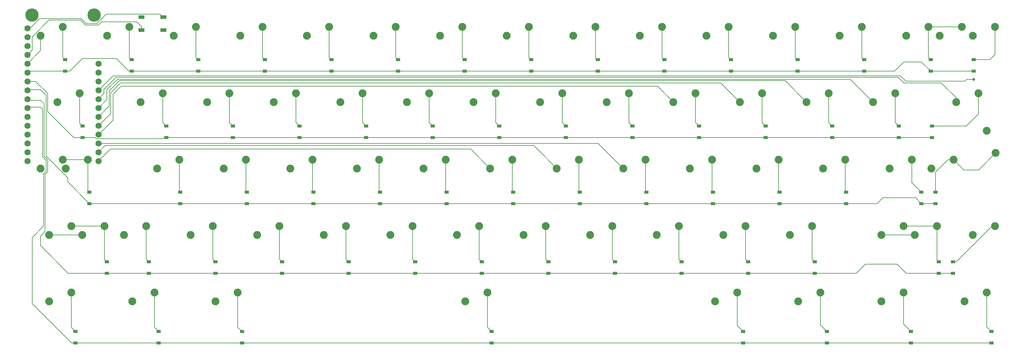
<source format=gbr>
%TF.GenerationSoftware,KiCad,Pcbnew,(5.1.6)-1*%
%TF.CreationDate,2020-11-16T00:09:50-08:00*%
%TF.ProjectId,Wireless-Keyboard,57697265-6c65-4737-932d-4b6579626f61,rev?*%
%TF.SameCoordinates,Original*%
%TF.FileFunction,Copper,L2,Bot*%
%TF.FilePolarity,Positive*%
%FSLAX46Y46*%
G04 Gerber Fmt 4.6, Leading zero omitted, Abs format (unit mm)*
G04 Created by KiCad (PCBNEW (5.1.6)-1) date 2020-11-16 00:09:50*
%MOMM*%
%LPD*%
G01*
G04 APERTURE LIST*
%TA.AperFunction,SMDPad,CuDef*%
%ADD10R,1.800000X1.100000*%
%TD*%
%TA.AperFunction,ComponentPad*%
%ADD11C,3.810000*%
%TD*%
%TA.AperFunction,ComponentPad*%
%ADD12C,1.778000*%
%TD*%
%TA.AperFunction,ComponentPad*%
%ADD13C,2.250000*%
%TD*%
%TA.AperFunction,SMDPad,CuDef*%
%ADD14R,1.200000X0.900000*%
%TD*%
%TA.AperFunction,ViaPad*%
%ADD15C,0.800000*%
%TD*%
%TA.AperFunction,Conductor*%
%ADD16C,0.200000*%
%TD*%
G04 APERTURE END LIST*
D10*
%TO.P,SW1,4*%
%TO.N,N/C*%
X81100000Y-105850000D03*
%TO.P,SW1,3*%
X74900000Y-102150000D03*
%TO.P,SW1,2*%
%TO.N,Net-(MS1-Pad1)*%
X81100000Y-102150000D03*
%TO.P,SW1,1*%
%TO.N,GND*%
X74900000Y-105850000D03*
%TD*%
D11*
%TO.P,MS1,P$2*%
%TO.N,N/C*%
X43540000Y-101540000D03*
%TO.P,MS1,P$1*%
X61320000Y-101540000D03*
D12*
%TO.P,MS1,28*%
%TO.N,Net-(MS1-Pad28)*%
X62590000Y-115510000D03*
%TO.P,MS1,27*%
%TO.N,Net-(MS1-Pad27)*%
X62590000Y-118050000D03*
%TO.P,MS1,26*%
%TO.N,Net-(MS1-Pad26)*%
X62590000Y-120590000D03*
%TO.P,MS1,25*%
%TO.N,COL14*%
X62590000Y-123130000D03*
%TO.P,MS1,24*%
%TO.N,COL13*%
X62590000Y-125670000D03*
%TO.P,MS1,23*%
%TO.N,COL12*%
X62590000Y-128210000D03*
%TO.P,MS1,22*%
%TO.N,COL11*%
X62590000Y-130750000D03*
%TO.P,MS1,21*%
%TO.N,COL10*%
X62590000Y-133290000D03*
%TO.P,MS1,20*%
%TO.N,COL9*%
X62590000Y-135830000D03*
%TO.P,MS1,19*%
%TO.N,COL8*%
X62590000Y-138370000D03*
%TO.P,MS1,18*%
%TO.N,COL7*%
X62590000Y-140910000D03*
%TO.P,MS1,17*%
%TO.N,COL6*%
X62590000Y-143450000D03*
%TO.P,MS1,16*%
%TO.N,Net-(MS1-Pad16)*%
X42270000Y-143450000D03*
%TO.P,MS1,15*%
%TO.N,COL4*%
X42270000Y-140910000D03*
%TO.P,MS1,14*%
%TO.N,COL5*%
X42270000Y-138370000D03*
%TO.P,MS1,13*%
%TO.N,COL3*%
X42270000Y-135830000D03*
%TO.P,MS1,12*%
%TO.N,COL2*%
X42270000Y-133290000D03*
%TO.P,MS1,11*%
%TO.N,COL1*%
X42270000Y-130750000D03*
%TO.P,MS1,10*%
%TO.N,ROW4*%
X42270000Y-128210000D03*
%TO.P,MS1,9*%
%TO.N,ROW3*%
X42270000Y-125670000D03*
%TO.P,MS1,8*%
%TO.N,ROW2*%
X42270000Y-123130000D03*
%TO.P,MS1,7*%
%TO.N,ROW1*%
X42270000Y-120590000D03*
%TO.P,MS1,6*%
%TO.N,ROW0*%
X42270000Y-118050000D03*
%TO.P,MS1,5*%
%TO.N,COL0*%
X42270000Y-115510000D03*
%TO.P,MS1,4*%
%TO.N,GND*%
X42270000Y-112970000D03*
%TO.P,MS1,3*%
%TO.N,Net-(MS1-Pad3)*%
X42270000Y-110430000D03*
%TO.P,MS1,2*%
%TO.N,Net-(MS1-Pad2)*%
X42270000Y-107890000D03*
%TO.P,MS1,1*%
%TO.N,Net-(MS1-Pad1)*%
X42270000Y-105350000D03*
%TD*%
D13*
%TO.P,MX66,2*%
%TO.N,Net-(D61-Pad2)*%
X173840000Y-181120000D03*
%TO.P,MX66,1*%
%TO.N,COL6*%
X167490000Y-183660000D03*
%TD*%
%TO.P,MX69,2*%
%TO.N,Net-(D64-Pad2)*%
X292902500Y-181120000D03*
%TO.P,MX69,1*%
%TO.N,COL11*%
X286552500Y-183660000D03*
%TD*%
%TO.P,MX48,2*%
%TO.N,Net-(D44-Pad2)*%
X64302500Y-162070000D03*
%TO.P,MX48,1*%
%TO.N,COL0*%
X57952500Y-164610000D03*
%TD*%
%TO.P,MX17,2*%
%TO.N,Net-(D16-Pad2)*%
X57158750Y-123970000D03*
%TO.P,MX17,1*%
%TO.N,COL0*%
X50808750Y-126510000D03*
%TD*%
%TO.P,MX31,2*%
%TO.N,Net-(D30-Pad2)*%
X52396250Y-143020000D03*
%TO.P,MX31,1*%
%TO.N,COL0*%
X46046250Y-145560000D03*
%TD*%
%TO.P,MX45,2*%
%TO.N,Net-(D43-Pad2)*%
X307190000Y-143020000D03*
%TO.P,MX45,1*%
%TO.N,COL13*%
X300840000Y-145560000D03*
%TD*%
%TO.P,MX44,2*%
%TO.N,Net-(D42-Pad2)*%
X295283750Y-143020000D03*
%TO.P,MX44,1*%
%TO.N,COL12*%
X288933750Y-145560000D03*
%TD*%
%TO.P,MX70,2*%
%TO.N,Net-(D65-Pad2)*%
X316715000Y-181120000D03*
%TO.P,MX70,1*%
%TO.N,COL12*%
X310365000Y-183660000D03*
%TD*%
%TO.P,MX68,2*%
%TO.N,Net-(D63-Pad2)*%
X269090000Y-181120000D03*
%TO.P,MX68,1*%
%TO.N,COL10*%
X262740000Y-183660000D03*
%TD*%
%TO.P,MX67,2*%
%TO.N,Net-(D62-Pad2)*%
X245277500Y-181120000D03*
%TO.P,MX67,1*%
%TO.N,COL9*%
X238927500Y-183660000D03*
%TD*%
%TO.P,MX65,2*%
%TO.N,Net-(D60-Pad2)*%
X102402500Y-181120000D03*
%TO.P,MX65,1*%
%TO.N,COL2*%
X96052500Y-183660000D03*
%TD*%
%TO.P,MX64,2*%
%TO.N,Net-(D59-Pad2)*%
X78590000Y-181120000D03*
%TO.P,MX64,1*%
%TO.N,COL1*%
X72240000Y-183660000D03*
%TD*%
%TO.P,MX63,2*%
%TO.N,Net-(D58-Pad2)*%
X54777500Y-181120000D03*
%TO.P,MX63,1*%
%TO.N,COL0*%
X48427500Y-183660000D03*
%TD*%
%TO.P,MX62,2*%
%TO.N,Net-(D57-Pad2)*%
X319096250Y-162070000D03*
%TO.P,MX62,1*%
%TO.N,COL13*%
X312746250Y-164610000D03*
%TD*%
%TO.P,MX61,2*%
%TO.N,Net-(D56-Pad2)*%
X292902500Y-162070000D03*
%TO.P,MX61,1*%
%TO.N,COL12*%
X286552500Y-164610000D03*
%TD*%
%TO.P,MX60,2*%
%TO.N,Net-(D56-Pad2)*%
X302427500Y-162070000D03*
%TO.P,MX60,1*%
%TO.N,COL12*%
X296077500Y-164610000D03*
%TD*%
%TO.P,MX59,2*%
%TO.N,Net-(D55-Pad2)*%
X266708750Y-162070000D03*
%TO.P,MX59,1*%
%TO.N,COL11*%
X260358750Y-164610000D03*
%TD*%
%TO.P,MX58,2*%
%TO.N,Net-(D54-Pad2)*%
X247658750Y-162070000D03*
%TO.P,MX58,1*%
%TO.N,COL10*%
X241308750Y-164610000D03*
%TD*%
%TO.P,MX57,2*%
%TO.N,Net-(D53-Pad2)*%
X228608750Y-162070000D03*
%TO.P,MX57,1*%
%TO.N,COL9*%
X222258750Y-164610000D03*
%TD*%
%TO.P,MX56,2*%
%TO.N,Net-(D52-Pad2)*%
X209558750Y-162070000D03*
%TO.P,MX56,1*%
%TO.N,COL8*%
X203208750Y-164610000D03*
%TD*%
%TO.P,MX55,2*%
%TO.N,Net-(D51-Pad2)*%
X190508750Y-162070000D03*
%TO.P,MX55,1*%
%TO.N,COL7*%
X184158750Y-164610000D03*
%TD*%
%TO.P,MX54,2*%
%TO.N,Net-(D50-Pad2)*%
X171458750Y-162070000D03*
%TO.P,MX54,1*%
%TO.N,COL6*%
X165108750Y-164610000D03*
%TD*%
%TO.P,MX53,2*%
%TO.N,Net-(D49-Pad2)*%
X152408750Y-162070000D03*
%TO.P,MX53,1*%
%TO.N,COL5*%
X146058750Y-164610000D03*
%TD*%
%TO.P,MX52,2*%
%TO.N,Net-(D48-Pad2)*%
X133358750Y-162070000D03*
%TO.P,MX52,1*%
%TO.N,COL4*%
X127008750Y-164610000D03*
%TD*%
%TO.P,MX51,2*%
%TO.N,Net-(D47-Pad2)*%
X114308750Y-162070000D03*
%TO.P,MX51,1*%
%TO.N,COL3*%
X107958750Y-164610000D03*
%TD*%
%TO.P,MX50,2*%
%TO.N,Net-(D46-Pad2)*%
X95258750Y-162070000D03*
%TO.P,MX50,1*%
%TO.N,COL2*%
X88908750Y-164610000D03*
%TD*%
%TO.P,MX49,2*%
%TO.N,Net-(D45-Pad2)*%
X76208750Y-162070000D03*
%TO.P,MX49,1*%
%TO.N,COL1*%
X69858750Y-164610000D03*
%TD*%
%TO.P,MX47,2*%
%TO.N,Net-(D44-Pad2)*%
X54777500Y-162070000D03*
%TO.P,MX47,1*%
%TO.N,COL0*%
X48427500Y-164610000D03*
%TD*%
%TO.P,MX46,1*%
%TO.N,COL13*%
X316715000Y-134765000D03*
%TO.P,MX46,2*%
%TO.N,Net-(D43-Pad2)*%
X319255000Y-141115000D03*
%TD*%
%TO.P,MX43,2*%
%TO.N,Net-(D41-Pad2)*%
X276233750Y-143020000D03*
%TO.P,MX43,1*%
%TO.N,COL11*%
X269883750Y-145560000D03*
%TD*%
%TO.P,MX42,2*%
%TO.N,Net-(D40-Pad2)*%
X257183750Y-143020000D03*
%TO.P,MX42,1*%
%TO.N,COL10*%
X250833750Y-145560000D03*
%TD*%
%TO.P,MX41,2*%
%TO.N,Net-(D39-Pad2)*%
X238133750Y-143020000D03*
%TO.P,MX41,1*%
%TO.N,COL9*%
X231783750Y-145560000D03*
%TD*%
%TO.P,MX40,2*%
%TO.N,Net-(D38-Pad2)*%
X219083750Y-143020000D03*
%TO.P,MX40,1*%
%TO.N,COL8*%
X212733750Y-145560000D03*
%TD*%
%TO.P,MX39,2*%
%TO.N,Net-(D37-Pad2)*%
X200033750Y-143020000D03*
%TO.P,MX39,1*%
%TO.N,COL7*%
X193683750Y-145560000D03*
%TD*%
%TO.P,MX38,2*%
%TO.N,Net-(D36-Pad2)*%
X180983750Y-143020000D03*
%TO.P,MX38,1*%
%TO.N,COL6*%
X174633750Y-145560000D03*
%TD*%
%TO.P,MX37,2*%
%TO.N,Net-(D35-Pad2)*%
X161933750Y-143020000D03*
%TO.P,MX37,1*%
%TO.N,COL5*%
X155583750Y-145560000D03*
%TD*%
%TO.P,MX36,2*%
%TO.N,Net-(D34-Pad2)*%
X142883750Y-143020000D03*
%TO.P,MX36,1*%
%TO.N,COL4*%
X136533750Y-145560000D03*
%TD*%
%TO.P,MX35,2*%
%TO.N,Net-(D33-Pad2)*%
X123833750Y-143020000D03*
%TO.P,MX35,1*%
%TO.N,COL3*%
X117483750Y-145560000D03*
%TD*%
%TO.P,MX34,2*%
%TO.N,Net-(D32-Pad2)*%
X104783750Y-143020000D03*
%TO.P,MX34,1*%
%TO.N,COL2*%
X98433750Y-145560000D03*
%TD*%
%TO.P,MX33,2*%
%TO.N,Net-(D31-Pad2)*%
X85733750Y-143020000D03*
%TO.P,MX33,1*%
%TO.N,COL1*%
X79383750Y-145560000D03*
%TD*%
%TO.P,MX32,2*%
%TO.N,Net-(D30-Pad2)*%
X59540000Y-143020000D03*
%TO.P,MX32,1*%
%TO.N,COL0*%
X53190000Y-145560000D03*
%TD*%
%TO.P,MX30,2*%
%TO.N,Net-(D29-Pad2)*%
X314333750Y-123970000D03*
%TO.P,MX30,1*%
%TO.N,COL13*%
X307983750Y-126510000D03*
%TD*%
%TO.P,MX29,2*%
%TO.N,Net-(D28-Pad2)*%
X290521250Y-123970000D03*
%TO.P,MX29,1*%
%TO.N,COL12*%
X284171250Y-126510000D03*
%TD*%
%TO.P,MX28,2*%
%TO.N,Net-(D27-Pad2)*%
X271471250Y-123970000D03*
%TO.P,MX28,1*%
%TO.N,COL11*%
X265121250Y-126510000D03*
%TD*%
%TO.P,MX27,2*%
%TO.N,Net-(D26-Pad2)*%
X252421250Y-123970000D03*
%TO.P,MX27,1*%
%TO.N,COL10*%
X246071250Y-126510000D03*
%TD*%
%TO.P,MX26,2*%
%TO.N,Net-(D25-Pad2)*%
X233371250Y-123970000D03*
%TO.P,MX26,1*%
%TO.N,COL9*%
X227021250Y-126510000D03*
%TD*%
%TO.P,MX25,2*%
%TO.N,Net-(D24-Pad2)*%
X214321250Y-123970000D03*
%TO.P,MX25,1*%
%TO.N,COL8*%
X207971250Y-126510000D03*
%TD*%
%TO.P,MX24,2*%
%TO.N,Net-(D23-Pad2)*%
X195271250Y-123970000D03*
%TO.P,MX24,1*%
%TO.N,COL7*%
X188921250Y-126510000D03*
%TD*%
%TO.P,MX23,2*%
%TO.N,Net-(D22-Pad2)*%
X176221250Y-123970000D03*
%TO.P,MX23,1*%
%TO.N,COL6*%
X169871250Y-126510000D03*
%TD*%
%TO.P,MX22,2*%
%TO.N,Net-(D21-Pad2)*%
X157171250Y-123970000D03*
%TO.P,MX22,1*%
%TO.N,COL5*%
X150821250Y-126510000D03*
%TD*%
%TO.P,MX21,2*%
%TO.N,Net-(D20-Pad2)*%
X138121250Y-123970000D03*
%TO.P,MX21,1*%
%TO.N,COL4*%
X131771250Y-126510000D03*
%TD*%
%TO.P,MX20,2*%
%TO.N,Net-(D19-Pad2)*%
X119071250Y-123970000D03*
%TO.P,MX20,1*%
%TO.N,COL3*%
X112721250Y-126510000D03*
%TD*%
%TO.P,MX19,2*%
%TO.N,Net-(D18-Pad2)*%
X100021250Y-123970000D03*
%TO.P,MX19,1*%
%TO.N,COL2*%
X93671250Y-126510000D03*
%TD*%
%TO.P,MX18,2*%
%TO.N,Net-(D17-Pad2)*%
X80971250Y-123970000D03*
%TO.P,MX18,1*%
%TO.N,COL1*%
X74621250Y-126510000D03*
%TD*%
%TO.P,MX16,2*%
%TO.N,Net-(D15-Pad2)*%
X319096250Y-104920000D03*
%TO.P,MX16,1*%
%TO.N,COL14*%
X312746250Y-107460000D03*
%TD*%
%TO.P,MX15,2*%
%TO.N,Net-(D14-Pad2)*%
X300046250Y-104920000D03*
%TO.P,MX15,1*%
%TO.N,COL13*%
X293696250Y-107460000D03*
%TD*%
%TO.P,MX14,2*%
%TO.N,Net-(D14-Pad2)*%
X309571250Y-104920000D03*
%TO.P,MX14,1*%
%TO.N,COL13*%
X303221250Y-107460000D03*
%TD*%
%TO.P,MX13,2*%
%TO.N,Net-(D13-Pad2)*%
X280996250Y-104920000D03*
%TO.P,MX13,1*%
%TO.N,COL12*%
X274646250Y-107460000D03*
%TD*%
%TO.P,MX12,2*%
%TO.N,Net-(D12-Pad2)*%
X261946250Y-104920000D03*
%TO.P,MX12,1*%
%TO.N,COL11*%
X255596250Y-107460000D03*
%TD*%
%TO.P,MX11,2*%
%TO.N,Net-(D11-Pad2)*%
X242896250Y-104920000D03*
%TO.P,MX11,1*%
%TO.N,COL10*%
X236546250Y-107460000D03*
%TD*%
%TO.P,MX10,2*%
%TO.N,Net-(D10-Pad2)*%
X223846250Y-104920000D03*
%TO.P,MX10,1*%
%TO.N,COL9*%
X217496250Y-107460000D03*
%TD*%
%TO.P,MX9,2*%
%TO.N,Net-(D9-Pad2)*%
X204796250Y-104920000D03*
%TO.P,MX9,1*%
%TO.N,COL8*%
X198446250Y-107460000D03*
%TD*%
%TO.P,MX8,2*%
%TO.N,Net-(D8-Pad2)*%
X185746250Y-104920000D03*
%TO.P,MX8,1*%
%TO.N,COL7*%
X179396250Y-107460000D03*
%TD*%
%TO.P,MX7,2*%
%TO.N,Net-(D7-Pad2)*%
X166696250Y-104920000D03*
%TO.P,MX7,1*%
%TO.N,COL6*%
X160346250Y-107460000D03*
%TD*%
%TO.P,MX6,2*%
%TO.N,Net-(D6-Pad2)*%
X147646250Y-104920000D03*
%TO.P,MX6,1*%
%TO.N,COL5*%
X141296250Y-107460000D03*
%TD*%
%TO.P,MX5,2*%
%TO.N,Net-(D5-Pad2)*%
X128596250Y-104920000D03*
%TO.P,MX5,1*%
%TO.N,COL4*%
X122246250Y-107460000D03*
%TD*%
%TO.P,MX4,2*%
%TO.N,Net-(D4-Pad2)*%
X109546250Y-104920000D03*
%TO.P,MX4,1*%
%TO.N,COL3*%
X103196250Y-107460000D03*
%TD*%
%TO.P,MX3,2*%
%TO.N,Net-(D3-Pad2)*%
X90496250Y-104920000D03*
%TO.P,MX3,1*%
%TO.N,COL2*%
X84146250Y-107460000D03*
%TD*%
%TO.P,MX2,2*%
%TO.N,Net-(D2-Pad2)*%
X71446250Y-104920000D03*
%TO.P,MX2,1*%
%TO.N,COL1*%
X65096250Y-107460000D03*
%TD*%
%TO.P,MX1,2*%
%TO.N,Net-(D1-Pad2)*%
X52396250Y-104920000D03*
%TO.P,MX1,1*%
%TO.N,COL0*%
X46046250Y-107460000D03*
%TD*%
D14*
%TO.P,D65,2*%
%TO.N,Net-(D65-Pad2)*%
X318000000Y-192350000D03*
%TO.P,D65,1*%
%TO.N,ROW4*%
X318000000Y-195650000D03*
%TD*%
%TO.P,D64,2*%
%TO.N,Net-(D64-Pad2)*%
X295000000Y-192350000D03*
%TO.P,D64,1*%
%TO.N,ROW4*%
X295000000Y-195650000D03*
%TD*%
%TO.P,D63,2*%
%TO.N,Net-(D63-Pad2)*%
X271000000Y-192350000D03*
%TO.P,D63,1*%
%TO.N,ROW4*%
X271000000Y-195650000D03*
%TD*%
%TO.P,D62,2*%
%TO.N,Net-(D62-Pad2)*%
X247000000Y-192350000D03*
%TO.P,D62,1*%
%TO.N,ROW4*%
X247000000Y-195650000D03*
%TD*%
%TO.P,D61,2*%
%TO.N,Net-(D61-Pad2)*%
X175062500Y-192350000D03*
%TO.P,D61,1*%
%TO.N,ROW4*%
X175062500Y-195650000D03*
%TD*%
%TO.P,D60,2*%
%TO.N,Net-(D60-Pad2)*%
X103625000Y-192350000D03*
%TO.P,D60,1*%
%TO.N,ROW4*%
X103625000Y-195650000D03*
%TD*%
%TO.P,D59,2*%
%TO.N,Net-(D59-Pad2)*%
X79812500Y-192350000D03*
%TO.P,D59,1*%
%TO.N,ROW4*%
X79812500Y-195650000D03*
%TD*%
%TO.P,D58,2*%
%TO.N,Net-(D58-Pad2)*%
X56000000Y-192350000D03*
%TO.P,D58,1*%
%TO.N,ROW4*%
X56000000Y-195650000D03*
%TD*%
%TO.P,D57,2*%
%TO.N,Net-(D57-Pad2)*%
X307000000Y-172350000D03*
%TO.P,D57,1*%
%TO.N,ROW3*%
X307000000Y-175650000D03*
%TD*%
%TO.P,D56,2*%
%TO.N,Net-(D56-Pad2)*%
X303000000Y-172350000D03*
%TO.P,D56,1*%
%TO.N,ROW3*%
X303000000Y-175650000D03*
%TD*%
%TO.P,D55,2*%
%TO.N,Net-(D55-Pad2)*%
X267500000Y-172350000D03*
%TO.P,D55,1*%
%TO.N,ROW3*%
X267500000Y-175650000D03*
%TD*%
%TO.P,D54,2*%
%TO.N,Net-(D54-Pad2)*%
X248450000Y-172350000D03*
%TO.P,D54,1*%
%TO.N,ROW3*%
X248450000Y-175650000D03*
%TD*%
%TO.P,D53,2*%
%TO.N,Net-(D53-Pad2)*%
X229400000Y-172350000D03*
%TO.P,D53,1*%
%TO.N,ROW3*%
X229400000Y-175650000D03*
%TD*%
%TO.P,D52,2*%
%TO.N,Net-(D52-Pad2)*%
X210350000Y-172350000D03*
%TO.P,D52,1*%
%TO.N,ROW3*%
X210350000Y-175650000D03*
%TD*%
%TO.P,D51,2*%
%TO.N,Net-(D51-Pad2)*%
X191300000Y-172350000D03*
%TO.P,D51,1*%
%TO.N,ROW3*%
X191300000Y-175650000D03*
%TD*%
%TO.P,D50,2*%
%TO.N,Net-(D50-Pad2)*%
X172250000Y-172350000D03*
%TO.P,D50,1*%
%TO.N,ROW3*%
X172250000Y-175650000D03*
%TD*%
%TO.P,D49,2*%
%TO.N,Net-(D49-Pad2)*%
X153200000Y-172350000D03*
%TO.P,D49,1*%
%TO.N,ROW3*%
X153200000Y-175650000D03*
%TD*%
%TO.P,D48,2*%
%TO.N,Net-(D48-Pad2)*%
X134150000Y-172350000D03*
%TO.P,D48,1*%
%TO.N,ROW3*%
X134150000Y-175650000D03*
%TD*%
%TO.P,D47,2*%
%TO.N,Net-(D47-Pad2)*%
X115100000Y-172350000D03*
%TO.P,D47,1*%
%TO.N,ROW3*%
X115100000Y-175650000D03*
%TD*%
%TO.P,D46,2*%
%TO.N,Net-(D46-Pad2)*%
X96050000Y-172350000D03*
%TO.P,D46,1*%
%TO.N,ROW3*%
X96050000Y-175650000D03*
%TD*%
%TO.P,D45,2*%
%TO.N,Net-(D45-Pad2)*%
X77000000Y-172350000D03*
%TO.P,D45,1*%
%TO.N,ROW3*%
X77000000Y-175650000D03*
%TD*%
%TO.P,D44,2*%
%TO.N,Net-(D44-Pad2)*%
X65000000Y-172350000D03*
%TO.P,D44,1*%
%TO.N,ROW3*%
X65000000Y-175650000D03*
%TD*%
%TO.P,D43,2*%
%TO.N,Net-(D43-Pad2)*%
X302000000Y-152350000D03*
%TO.P,D43,1*%
%TO.N,ROW2*%
X302000000Y-155650000D03*
%TD*%
%TO.P,D42,2*%
%TO.N,Net-(D42-Pad2)*%
X298000000Y-152350000D03*
%TO.P,D42,1*%
%TO.N,ROW2*%
X298000000Y-155650000D03*
%TD*%
%TO.P,D41,2*%
%TO.N,Net-(D41-Pad2)*%
X276500000Y-152350000D03*
%TO.P,D41,1*%
%TO.N,ROW2*%
X276500000Y-155650000D03*
%TD*%
%TO.P,D40,2*%
%TO.N,Net-(D40-Pad2)*%
X257450000Y-152350000D03*
%TO.P,D40,1*%
%TO.N,ROW2*%
X257450000Y-155650000D03*
%TD*%
%TO.P,D39,2*%
%TO.N,Net-(D39-Pad2)*%
X238400000Y-152350000D03*
%TO.P,D39,1*%
%TO.N,ROW2*%
X238400000Y-155650000D03*
%TD*%
%TO.P,D38,2*%
%TO.N,Net-(D38-Pad2)*%
X219350000Y-152350000D03*
%TO.P,D38,1*%
%TO.N,ROW2*%
X219350000Y-155650000D03*
%TD*%
%TO.P,D37,2*%
%TO.N,Net-(D37-Pad2)*%
X200300000Y-152350000D03*
%TO.P,D37,1*%
%TO.N,ROW2*%
X200300000Y-155650000D03*
%TD*%
%TO.P,D36,2*%
%TO.N,Net-(D36-Pad2)*%
X181250000Y-152350000D03*
%TO.P,D36,1*%
%TO.N,ROW2*%
X181250000Y-155650000D03*
%TD*%
%TO.P,D35,2*%
%TO.N,Net-(D35-Pad2)*%
X162200000Y-152350000D03*
%TO.P,D35,1*%
%TO.N,ROW2*%
X162200000Y-155650000D03*
%TD*%
%TO.P,D34,2*%
%TO.N,Net-(D34-Pad2)*%
X143150000Y-152350000D03*
%TO.P,D34,1*%
%TO.N,ROW2*%
X143150000Y-155650000D03*
%TD*%
%TO.P,D33,2*%
%TO.N,Net-(D33-Pad2)*%
X124100000Y-152350000D03*
%TO.P,D33,1*%
%TO.N,ROW2*%
X124100000Y-155650000D03*
%TD*%
%TO.P,D32,2*%
%TO.N,Net-(D32-Pad2)*%
X105050000Y-152350000D03*
%TO.P,D32,1*%
%TO.N,ROW2*%
X105050000Y-155650000D03*
%TD*%
%TO.P,D31,2*%
%TO.N,Net-(D31-Pad2)*%
X86000000Y-152350000D03*
%TO.P,D31,1*%
%TO.N,ROW2*%
X86000000Y-155650000D03*
%TD*%
%TO.P,D30,2*%
%TO.N,Net-(D30-Pad2)*%
X60000000Y-152350000D03*
%TO.P,D30,1*%
%TO.N,ROW2*%
X60000000Y-155650000D03*
%TD*%
%TO.P,D29,2*%
%TO.N,Net-(D29-Pad2)*%
X301000000Y-133400000D03*
%TO.P,D29,1*%
%TO.N,ROW1*%
X301000000Y-136700000D03*
%TD*%
%TO.P,D28,2*%
%TO.N,Net-(D28-Pad2)*%
X291550000Y-133400000D03*
%TO.P,D28,1*%
%TO.N,ROW1*%
X291550000Y-136700000D03*
%TD*%
%TO.P,D27,2*%
%TO.N,Net-(D27-Pad2)*%
X272500000Y-133400000D03*
%TO.P,D27,1*%
%TO.N,ROW1*%
X272500000Y-136700000D03*
%TD*%
%TO.P,D26,2*%
%TO.N,Net-(D26-Pad2)*%
X253450000Y-133400000D03*
%TO.P,D26,1*%
%TO.N,ROW1*%
X253450000Y-136700000D03*
%TD*%
%TO.P,D25,2*%
%TO.N,Net-(D25-Pad2)*%
X234400000Y-133400000D03*
%TO.P,D25,1*%
%TO.N,ROW1*%
X234400000Y-136700000D03*
%TD*%
%TO.P,D24,2*%
%TO.N,Net-(D24-Pad2)*%
X215350000Y-133400000D03*
%TO.P,D24,1*%
%TO.N,ROW1*%
X215350000Y-136700000D03*
%TD*%
%TO.P,D23,2*%
%TO.N,Net-(D23-Pad2)*%
X196300000Y-133400000D03*
%TO.P,D23,1*%
%TO.N,ROW1*%
X196300000Y-136700000D03*
%TD*%
%TO.P,D22,2*%
%TO.N,Net-(D22-Pad2)*%
X177250000Y-133400000D03*
%TO.P,D22,1*%
%TO.N,ROW1*%
X177250000Y-136700000D03*
%TD*%
%TO.P,D21,2*%
%TO.N,Net-(D21-Pad2)*%
X158200000Y-133400000D03*
%TO.P,D21,1*%
%TO.N,ROW1*%
X158200000Y-136700000D03*
%TD*%
%TO.P,D20,2*%
%TO.N,Net-(D20-Pad2)*%
X139150000Y-133400000D03*
%TO.P,D20,1*%
%TO.N,ROW1*%
X139150000Y-136700000D03*
%TD*%
%TO.P,D19,2*%
%TO.N,Net-(D19-Pad2)*%
X120100000Y-133400000D03*
%TO.P,D19,1*%
%TO.N,ROW1*%
X120100000Y-136700000D03*
%TD*%
%TO.P,D18,2*%
%TO.N,Net-(D18-Pad2)*%
X101050000Y-133400000D03*
%TO.P,D18,1*%
%TO.N,ROW1*%
X101050000Y-136700000D03*
%TD*%
%TO.P,D17,2*%
%TO.N,Net-(D17-Pad2)*%
X82000000Y-133400000D03*
%TO.P,D17,1*%
%TO.N,ROW1*%
X82000000Y-136700000D03*
%TD*%
%TO.P,D16,2*%
%TO.N,Net-(D16-Pad2)*%
X58000000Y-133400000D03*
%TO.P,D16,1*%
%TO.N,ROW1*%
X58000000Y-136700000D03*
%TD*%
%TO.P,D15,2*%
%TO.N,Net-(D15-Pad2)*%
X313000000Y-114350000D03*
%TO.P,D15,1*%
%TO.N,ROW0*%
X313000000Y-117650000D03*
%TD*%
%TO.P,D14,2*%
%TO.N,Net-(D14-Pad2)*%
X300650000Y-114350000D03*
%TO.P,D14,1*%
%TO.N,ROW0*%
X300650000Y-117650000D03*
%TD*%
%TO.P,D13,2*%
%TO.N,Net-(D13-Pad2)*%
X281600000Y-114350000D03*
%TO.P,D13,1*%
%TO.N,ROW0*%
X281600000Y-117650000D03*
%TD*%
%TO.P,D12,2*%
%TO.N,Net-(D12-Pad2)*%
X262550000Y-114350000D03*
%TO.P,D12,1*%
%TO.N,ROW0*%
X262550000Y-117650000D03*
%TD*%
%TO.P,D11,2*%
%TO.N,Net-(D11-Pad2)*%
X243500000Y-114350000D03*
%TO.P,D11,1*%
%TO.N,ROW0*%
X243500000Y-117650000D03*
%TD*%
%TO.P,D10,2*%
%TO.N,Net-(D10-Pad2)*%
X224450000Y-114350000D03*
%TO.P,D10,1*%
%TO.N,ROW0*%
X224450000Y-117650000D03*
%TD*%
%TO.P,D9,2*%
%TO.N,Net-(D9-Pad2)*%
X205400000Y-114350000D03*
%TO.P,D9,1*%
%TO.N,ROW0*%
X205400000Y-117650000D03*
%TD*%
%TO.P,D8,2*%
%TO.N,Net-(D8-Pad2)*%
X186350000Y-114350000D03*
%TO.P,D8,1*%
%TO.N,ROW0*%
X186350000Y-117650000D03*
%TD*%
%TO.P,D7,2*%
%TO.N,Net-(D7-Pad2)*%
X167300000Y-114350000D03*
%TO.P,D7,1*%
%TO.N,ROW0*%
X167300000Y-117650000D03*
%TD*%
%TO.P,D6,2*%
%TO.N,Net-(D6-Pad2)*%
X148250000Y-114350000D03*
%TO.P,D6,1*%
%TO.N,ROW0*%
X148250000Y-117650000D03*
%TD*%
%TO.P,D5,2*%
%TO.N,Net-(D5-Pad2)*%
X129200000Y-114350000D03*
%TO.P,D5,1*%
%TO.N,ROW0*%
X129200000Y-117650000D03*
%TD*%
%TO.P,D4,2*%
%TO.N,Net-(D4-Pad2)*%
X110150000Y-114350000D03*
%TO.P,D4,1*%
%TO.N,ROW0*%
X110150000Y-117650000D03*
%TD*%
%TO.P,D3,2*%
%TO.N,Net-(D3-Pad2)*%
X91100000Y-114350000D03*
%TO.P,D3,1*%
%TO.N,ROW0*%
X91100000Y-117650000D03*
%TD*%
%TO.P,D2,2*%
%TO.N,Net-(D2-Pad2)*%
X72050000Y-114350000D03*
%TO.P,D2,1*%
%TO.N,ROW0*%
X72050000Y-117650000D03*
%TD*%
%TO.P,D1,2*%
%TO.N,Net-(D1-Pad2)*%
X53000000Y-114350000D03*
%TO.P,D1,1*%
%TO.N,ROW0*%
X53000000Y-117650000D03*
%TD*%
D15*
%TO.N,COL14*%
X313000000Y-120000000D03*
%TD*%
D16*
%TO.N,Net-(D1-Pad2)*%
X52396250Y-113746250D02*
X53000000Y-114350000D01*
X52396250Y-104920000D02*
X52396250Y-113746250D01*
%TO.N,ROW0*%
X300650000Y-117650000D02*
X313000000Y-117650000D01*
X71350000Y-117650000D02*
X290350000Y-117650000D01*
X53000000Y-117650000D02*
X54350000Y-117650000D01*
X298000000Y-115000000D02*
X300650000Y-117650000D01*
X293000000Y-115000000D02*
X298000000Y-115000000D01*
X290350000Y-117650000D02*
X293000000Y-115000000D01*
X54350000Y-117650000D02*
X58000000Y-114000000D01*
X67700000Y-114000000D02*
X71350000Y-117650000D01*
X58000000Y-114000000D02*
X67700000Y-114000000D01*
X53000000Y-117650000D02*
X42670000Y-117650000D01*
X42670000Y-117650000D02*
X42270000Y-118050000D01*
%TO.N,Net-(D2-Pad2)*%
X71446250Y-113746250D02*
X72050000Y-114350000D01*
X71446250Y-104920000D02*
X71446250Y-113746250D01*
%TO.N,Net-(D3-Pad2)*%
X90496250Y-113746250D02*
X91100000Y-114350000D01*
X90496250Y-104920000D02*
X90496250Y-113746250D01*
%TO.N,Net-(D4-Pad2)*%
X109546250Y-113746250D02*
X110150000Y-114350000D01*
X109546250Y-104920000D02*
X109546250Y-113746250D01*
%TO.N,Net-(D5-Pad2)*%
X128596250Y-113746250D02*
X129200000Y-114350000D01*
X128596250Y-104920000D02*
X128596250Y-113746250D01*
%TO.N,Net-(D6-Pad2)*%
X147646250Y-113746250D02*
X148250000Y-114350000D01*
X147646250Y-104920000D02*
X147646250Y-113746250D01*
%TO.N,Net-(D7-Pad2)*%
X166696250Y-113746250D02*
X167300000Y-114350000D01*
X166696250Y-104920000D02*
X166696250Y-113746250D01*
%TO.N,Net-(D8-Pad2)*%
X185746250Y-113746250D02*
X186350000Y-114350000D01*
X185746250Y-104920000D02*
X185746250Y-113746250D01*
%TO.N,Net-(D9-Pad2)*%
X204796250Y-113746250D02*
X205400000Y-114350000D01*
X204796250Y-104920000D02*
X204796250Y-113746250D01*
%TO.N,Net-(D10-Pad2)*%
X223846250Y-113746250D02*
X224450000Y-114350000D01*
X223846250Y-104920000D02*
X223846250Y-113746250D01*
%TO.N,Net-(D11-Pad2)*%
X242896250Y-113746250D02*
X243500000Y-114350000D01*
X242896250Y-104920000D02*
X242896250Y-113746250D01*
%TO.N,Net-(D12-Pad2)*%
X261946250Y-113746250D02*
X262550000Y-114350000D01*
X261946250Y-104920000D02*
X261946250Y-113746250D01*
%TO.N,Net-(D13-Pad2)*%
X280996250Y-113746250D02*
X281600000Y-114350000D01*
X280996250Y-104920000D02*
X280996250Y-113746250D01*
%TO.N,Net-(D14-Pad2)*%
X300046250Y-113746250D02*
X300650000Y-114350000D01*
X300046250Y-104920000D02*
X300046250Y-113746250D01*
X309571250Y-104920000D02*
X300046250Y-104920000D01*
%TO.N,Net-(D15-Pad2)*%
X319096250Y-104920000D02*
X319096250Y-112903750D01*
X317650000Y-114350000D02*
X313000000Y-114350000D01*
X319096250Y-112903750D02*
X317650000Y-114350000D01*
%TO.N,Net-(D16-Pad2)*%
X57158750Y-132558750D02*
X58000000Y-133400000D01*
X57158750Y-123970000D02*
X57158750Y-132558750D01*
%TO.N,ROW1*%
X80980999Y-137019001D02*
X81300000Y-136700000D01*
X62019279Y-137019001D02*
X80980999Y-137019001D01*
X61700278Y-136700000D02*
X62019279Y-137019001D01*
X58000000Y-136700000D02*
X61700278Y-136700000D01*
X301000000Y-136700000D02*
X81300000Y-136700000D01*
X48000000Y-129250252D02*
X48000000Y-124000000D01*
X58000000Y-136700000D02*
X55449748Y-136700000D01*
X44590000Y-120590000D02*
X42270000Y-120590000D01*
X48000000Y-124000000D02*
X44590000Y-120590000D01*
X55449748Y-136700000D02*
X48000000Y-129250252D01*
%TO.N,Net-(D17-Pad2)*%
X80971250Y-132371250D02*
X82000000Y-133400000D01*
X80971250Y-123970000D02*
X80971250Y-132371250D01*
%TO.N,Net-(D18-Pad2)*%
X100021250Y-132371250D02*
X101050000Y-133400000D01*
X100021250Y-123970000D02*
X100021250Y-132371250D01*
%TO.N,Net-(D19-Pad2)*%
X119071250Y-132371250D02*
X120100000Y-133400000D01*
X119071250Y-123970000D02*
X119071250Y-132371250D01*
%TO.N,Net-(D20-Pad2)*%
X138121250Y-132371250D02*
X139150000Y-133400000D01*
X138121250Y-123970000D02*
X138121250Y-132371250D01*
%TO.N,Net-(D21-Pad2)*%
X157171250Y-132371250D02*
X158200000Y-133400000D01*
X157171250Y-123970000D02*
X157171250Y-132371250D01*
%TO.N,Net-(D22-Pad2)*%
X176221250Y-132371250D02*
X177250000Y-133400000D01*
X176221250Y-123970000D02*
X176221250Y-132371250D01*
%TO.N,Net-(D23-Pad2)*%
X195271250Y-132371250D02*
X196300000Y-133400000D01*
X195271250Y-123970000D02*
X195271250Y-132371250D01*
%TO.N,Net-(D24-Pad2)*%
X214321250Y-132371250D02*
X215350000Y-133400000D01*
X214321250Y-123970000D02*
X214321250Y-132371250D01*
%TO.N,Net-(D25-Pad2)*%
X233371250Y-132371250D02*
X234400000Y-133400000D01*
X233371250Y-123970000D02*
X233371250Y-132371250D01*
%TO.N,Net-(D26-Pad2)*%
X252421250Y-132371250D02*
X253450000Y-133400000D01*
X252421250Y-123970000D02*
X252421250Y-132371250D01*
%TO.N,Net-(D27-Pad2)*%
X271471250Y-132371250D02*
X272500000Y-133400000D01*
X271471250Y-123970000D02*
X271471250Y-132371250D01*
%TO.N,Net-(D28-Pad2)*%
X290521250Y-132371250D02*
X291550000Y-133400000D01*
X290521250Y-123970000D02*
X290521250Y-132371250D01*
%TO.N,Net-(D29-Pad2)*%
X314333750Y-129904974D02*
X310838724Y-133400000D01*
X310838724Y-133400000D02*
X301000000Y-133400000D01*
X314333750Y-123970000D02*
X314333750Y-129904974D01*
%TO.N,Net-(D30-Pad2)*%
X59540000Y-151890000D02*
X60000000Y-152350000D01*
X59540000Y-143020000D02*
X59540000Y-151890000D01*
X52396250Y-143020000D02*
X59540000Y-143020000D01*
%TO.N,ROW2*%
X60000000Y-155650000D02*
X285350000Y-155650000D01*
X285350000Y-155650000D02*
X287000000Y-154000000D01*
X296350000Y-154000000D02*
X298000000Y-155650000D01*
X287000000Y-154000000D02*
X296350000Y-154000000D01*
X302000000Y-155650000D02*
X298000000Y-155650000D01*
X47599990Y-124599990D02*
X46000000Y-123000000D01*
X47599990Y-142078992D02*
X47599990Y-124599990D01*
X53761249Y-148240251D02*
X47599990Y-142078992D01*
X53761249Y-149411249D02*
X53761249Y-148240251D01*
X60000000Y-155650000D02*
X53761249Y-149411249D01*
X46000000Y-123000000D02*
X42400000Y-123000000D01*
X42400000Y-123000000D02*
X42270000Y-123130000D01*
%TO.N,Net-(D31-Pad2)*%
X85733750Y-152083750D02*
X86000000Y-152350000D01*
X85733750Y-143020000D02*
X85733750Y-152083750D01*
%TO.N,Net-(D32-Pad2)*%
X104783750Y-152083750D02*
X105050000Y-152350000D01*
X104783750Y-143020000D02*
X104783750Y-152083750D01*
%TO.N,Net-(D33-Pad2)*%
X123833750Y-152083750D02*
X124100000Y-152350000D01*
X123833750Y-143020000D02*
X123833750Y-152083750D01*
%TO.N,Net-(D34-Pad2)*%
X142883750Y-152083750D02*
X143150000Y-152350000D01*
X142883750Y-143020000D02*
X142883750Y-152083750D01*
%TO.N,Net-(D35-Pad2)*%
X161933750Y-152083750D02*
X162200000Y-152350000D01*
X161933750Y-143020000D02*
X161933750Y-152083750D01*
%TO.N,Net-(D36-Pad2)*%
X180983750Y-152083750D02*
X181250000Y-152350000D01*
X180983750Y-143020000D02*
X180983750Y-152083750D01*
%TO.N,Net-(D37-Pad2)*%
X200033750Y-152083750D02*
X200300000Y-152350000D01*
X200033750Y-143020000D02*
X200033750Y-152083750D01*
%TO.N,Net-(D38-Pad2)*%
X219083750Y-152083750D02*
X219350000Y-152350000D01*
X219083750Y-143020000D02*
X219083750Y-152083750D01*
%TO.N,Net-(D39-Pad2)*%
X238133750Y-152083750D02*
X238400000Y-152350000D01*
X238133750Y-143020000D02*
X238133750Y-152083750D01*
%TO.N,Net-(D40-Pad2)*%
X257183750Y-152083750D02*
X257450000Y-152350000D01*
X257183750Y-143020000D02*
X257183750Y-152083750D01*
%TO.N,Net-(D41-Pad2)*%
X276233750Y-152083750D02*
X276500000Y-152350000D01*
X276233750Y-143020000D02*
X276233750Y-152083750D01*
%TO.N,Net-(D42-Pad2)*%
X295283750Y-149633750D02*
X298000000Y-152350000D01*
X295283750Y-143020000D02*
X295283750Y-149633750D01*
%TO.N,Net-(D43-Pad2)*%
X307190000Y-143020000D02*
X310170000Y-146000000D01*
X314370000Y-146000000D02*
X319255000Y-141115000D01*
X310170000Y-146000000D02*
X314370000Y-146000000D01*
X302000000Y-146619010D02*
X302000000Y-152350000D01*
X305599010Y-143020000D02*
X302000000Y-146619010D01*
X307190000Y-143020000D02*
X305599010Y-143020000D01*
%TO.N,Net-(D44-Pad2)*%
X64302500Y-171652500D02*
X65000000Y-172350000D01*
X64302500Y-162070000D02*
X64302500Y-171652500D01*
X54777500Y-162070000D02*
X64302500Y-162070000D01*
%TO.N,Net-(D45-Pad2)*%
X76208750Y-171558750D02*
X77000000Y-172350000D01*
X76208750Y-162070000D02*
X76208750Y-171558750D01*
%TO.N,ROW3*%
X307000000Y-175650000D02*
X293650000Y-175650000D01*
X293650000Y-175650000D02*
X291000000Y-173000000D01*
X291000000Y-173000000D02*
X282000000Y-173000000D01*
X279350000Y-175650000D02*
X267500000Y-175650000D01*
X282000000Y-173000000D02*
X279350000Y-175650000D01*
X267500000Y-175650000D02*
X65000000Y-175650000D01*
X53918498Y-175650000D02*
X45982499Y-167714001D01*
X46000000Y-126000000D02*
X42600000Y-126000000D01*
X48000000Y-146561276D02*
X48000000Y-143044700D01*
X48000000Y-143044700D02*
X47000000Y-142044700D01*
X65000000Y-175650000D02*
X53918498Y-175650000D01*
X47000000Y-142044700D02*
X47000000Y-127000000D01*
X47000000Y-127000000D02*
X46000000Y-126000000D01*
X42600000Y-126000000D02*
X42270000Y-125670000D01*
X45982499Y-167714001D02*
X45982499Y-165017501D01*
X47280638Y-147280638D02*
X48000000Y-146561276D01*
X47280638Y-163719362D02*
X45982499Y-165017501D01*
X47280638Y-147280638D02*
X47280638Y-163719362D01*
%TO.N,Net-(D46-Pad2)*%
X95258750Y-171558750D02*
X96050000Y-172350000D01*
X95258750Y-162070000D02*
X95258750Y-171558750D01*
%TO.N,Net-(D47-Pad2)*%
X114308750Y-171558750D02*
X115100000Y-172350000D01*
X114308750Y-162070000D02*
X114308750Y-171558750D01*
%TO.N,Net-(D48-Pad2)*%
X133358750Y-171558750D02*
X134150000Y-172350000D01*
X133358750Y-162070000D02*
X133358750Y-171558750D01*
%TO.N,Net-(D49-Pad2)*%
X152408750Y-171558750D02*
X153200000Y-172350000D01*
X152408750Y-162070000D02*
X152408750Y-171558750D01*
%TO.N,Net-(D50-Pad2)*%
X171458750Y-171558750D02*
X172250000Y-172350000D01*
X171458750Y-162070000D02*
X171458750Y-171558750D01*
%TO.N,Net-(D51-Pad2)*%
X190508750Y-171558750D02*
X191300000Y-172350000D01*
X190508750Y-162070000D02*
X190508750Y-171558750D01*
%TO.N,Net-(D52-Pad2)*%
X209558750Y-171558750D02*
X210350000Y-172350000D01*
X209558750Y-162070000D02*
X209558750Y-171558750D01*
%TO.N,Net-(D53-Pad2)*%
X228608750Y-171558750D02*
X229400000Y-172350000D01*
X228608750Y-162070000D02*
X228608750Y-171558750D01*
%TO.N,Net-(D54-Pad2)*%
X247658750Y-171558750D02*
X248450000Y-172350000D01*
X247658750Y-162070000D02*
X247658750Y-171558750D01*
%TO.N,Net-(D55-Pad2)*%
X266708750Y-171558750D02*
X267500000Y-172350000D01*
X266708750Y-162070000D02*
X266708750Y-171558750D01*
%TO.N,Net-(D56-Pad2)*%
X302427500Y-171777500D02*
X303000000Y-172350000D01*
X302427500Y-162070000D02*
X302427500Y-171777500D01*
X292902500Y-162070000D02*
X302427500Y-162070000D01*
%TO.N,Net-(D57-Pad2)*%
X318241276Y-162070000D02*
X307961276Y-172350000D01*
X307961276Y-172350000D02*
X307000000Y-172350000D01*
X319096250Y-162070000D02*
X318241276Y-162070000D01*
%TO.N,Net-(D58-Pad2)*%
X54777500Y-191127500D02*
X56000000Y-192350000D01*
X54777500Y-181120000D02*
X54777500Y-191127500D01*
%TO.N,Net-(D59-Pad2)*%
X78590000Y-191127500D02*
X79812500Y-192350000D01*
X78590000Y-181120000D02*
X78590000Y-191127500D01*
%TO.N,Net-(D60-Pad2)*%
X102402500Y-191127500D02*
X103625000Y-192350000D01*
X102402500Y-181120000D02*
X102402500Y-191127500D01*
%TO.N,ROW4*%
X56000000Y-195650000D02*
X103625000Y-195650000D01*
X103625000Y-195650000D02*
X318000000Y-195650000D01*
X46599990Y-142210389D02*
X46599990Y-128599990D01*
X46000000Y-128000000D02*
X42480000Y-128000000D01*
X56000000Y-195650000D02*
X54868498Y-195650000D01*
X54868498Y-195650000D02*
X43601249Y-184382751D01*
X47599990Y-143210388D02*
X46599990Y-142210389D01*
X46880628Y-147114949D02*
X47599990Y-146395587D01*
X43601249Y-184382751D02*
X43601249Y-165398751D01*
X46880628Y-162119372D02*
X46880628Y-147114949D01*
X42480000Y-128000000D02*
X42270000Y-128210000D01*
X46599990Y-128599990D02*
X46000000Y-128000000D01*
X47599990Y-146395587D02*
X47599990Y-143210388D01*
X43601249Y-165398751D02*
X46880628Y-162119372D01*
%TO.N,Net-(D61-Pad2)*%
X173840000Y-191127500D02*
X175062500Y-192350000D01*
X173840000Y-181120000D02*
X173840000Y-191127500D01*
%TO.N,Net-(D62-Pad2)*%
X245277500Y-190627500D02*
X247000000Y-192350000D01*
X245277500Y-181120000D02*
X245277500Y-190627500D01*
%TO.N,Net-(D63-Pad2)*%
X269090000Y-190440000D02*
X271000000Y-192350000D01*
X269090000Y-181120000D02*
X269090000Y-190440000D01*
%TO.N,Net-(D64-Pad2)*%
X292902500Y-190252500D02*
X295000000Y-192350000D01*
X292902500Y-181120000D02*
X292902500Y-190252500D01*
%TO.N,Net-(D65-Pad2)*%
X316715000Y-191065000D02*
X318000000Y-192350000D01*
X316715000Y-181120000D02*
X316715000Y-191065000D01*
%TO.N,COL0*%
X48427500Y-164610000D02*
X57952500Y-164610000D01*
X42270000Y-115510000D02*
X46046250Y-111733750D01*
X46046250Y-111733750D02*
X46046250Y-107460000D01*
%TO.N,COL6*%
X169073750Y-140000000D02*
X66000000Y-140000000D01*
X66000000Y-140000000D02*
X62590000Y-143410000D01*
X62590000Y-143410000D02*
X62590000Y-143450000D01*
X174633750Y-145560000D02*
X169073750Y-140000000D01*
%TO.N,COL7*%
X187123750Y-139000000D02*
X188000000Y-139876250D01*
X64500000Y-139000000D02*
X187123750Y-139000000D01*
X188000000Y-139876250D02*
X193683750Y-145560000D01*
X62590000Y-140910000D02*
X64500000Y-139000000D01*
%TO.N,COL8*%
X62590000Y-138370000D02*
X205543750Y-138370000D01*
X205543750Y-138370000D02*
X212733750Y-145560000D01*
%TO.N,COL9*%
X66710000Y-131710000D02*
X66710000Y-124290000D01*
X66710000Y-124290000D02*
X69000000Y-122000000D01*
X69000000Y-122000000D02*
X222511250Y-122000000D01*
X222511250Y-122000000D02*
X227021250Y-126510000D01*
X62590000Y-135830000D02*
X66710000Y-131710000D01*
%TO.N,COL10*%
X240561250Y-121000000D02*
X246071250Y-126510000D01*
X68599990Y-121400010D02*
X69000000Y-121000000D01*
X69000000Y-121000000D02*
X240561250Y-121000000D01*
X62590000Y-133290000D02*
X66070010Y-129809990D01*
X66070010Y-123929990D02*
X68599990Y-121400010D01*
X66070010Y-127835689D02*
X66070010Y-123929990D01*
X66070010Y-129809990D02*
X66070010Y-127835689D01*
%TO.N,COL11*%
X65670000Y-127670000D02*
X65170000Y-128170000D01*
X68599990Y-120400010D02*
X65670000Y-123330000D01*
X65670000Y-123330000D02*
X65670000Y-127670000D01*
X265121250Y-126510000D02*
X259011260Y-120400010D01*
X65170000Y-128170000D02*
X62590000Y-130750000D01*
X259011260Y-120400010D02*
X68599990Y-120400010D01*
%TO.N,COL12*%
X286552500Y-164610000D02*
X296077500Y-164610000D01*
X284171250Y-126510000D02*
X277661250Y-120000000D01*
X65000000Y-125800000D02*
X62590000Y-128210000D01*
X65000000Y-123000000D02*
X65000000Y-125800000D01*
X277661250Y-120000000D02*
X68000000Y-120000000D01*
X68000000Y-120000000D02*
X65000000Y-123000000D01*
%TO.N,COL13*%
X293000000Y-121000000D02*
X291400010Y-119400010D01*
X67599990Y-119400010D02*
X64130000Y-122870000D01*
X291400010Y-119400010D02*
X67599990Y-119400010D01*
X303677974Y-121000000D02*
X293000000Y-121000000D01*
X308213901Y-125535927D02*
X303677974Y-121000000D01*
X308213901Y-126510000D02*
X308213901Y-125535927D01*
X64130000Y-122870000D02*
X64130000Y-124130000D01*
X64130000Y-124130000D02*
X62590000Y-125670000D01*
%TO.N,COL14*%
X313000000Y-120000000D02*
X313000000Y-120000000D01*
X292000000Y-119000000D02*
X66720000Y-119000000D01*
X310451099Y-120548901D02*
X293548901Y-120548901D01*
X64860000Y-120860000D02*
X62590000Y-123130000D01*
X311000000Y-120000000D02*
X310451099Y-120548901D01*
X313000000Y-120000000D02*
X311000000Y-120000000D01*
X66720000Y-119000000D02*
X64860000Y-120860000D01*
X293548901Y-120548901D02*
X292000000Y-119000000D01*
%TO.N,GND*%
X74900000Y-105850000D02*
X74850000Y-105850000D01*
X73494999Y-103494999D02*
X74900000Y-104900000D01*
X74900000Y-104900000D02*
X74900000Y-105850000D01*
X63505001Y-103494999D02*
X73494999Y-103494999D01*
X62538289Y-104461711D02*
X63505001Y-103494999D01*
X43601249Y-111638751D02*
X43601249Y-107795999D01*
X42270000Y-112970000D02*
X43601249Y-111638751D01*
X43601249Y-107795999D02*
X48397248Y-103000000D01*
X48397248Y-103000000D02*
X57434302Y-103000000D01*
X58896013Y-104461711D02*
X62538289Y-104461711D01*
X57434302Y-103000000D02*
X58896013Y-104461711D01*
%TO.N,Net-(MS1-Pad1)*%
X80249999Y-101299999D02*
X81100000Y-102150000D01*
X64823403Y-101299999D02*
X80249999Y-101299999D01*
X62061701Y-104061701D02*
X64823403Y-101299999D01*
X42270000Y-105350000D02*
X42993402Y-105350000D01*
X42993402Y-105350000D02*
X45745001Y-102598401D01*
X59061701Y-104061701D02*
X62061701Y-104061701D01*
X45745001Y-102598401D02*
X57598401Y-102598401D01*
X57598401Y-102598401D02*
X59061701Y-104061701D01*
%TD*%
M02*

</source>
